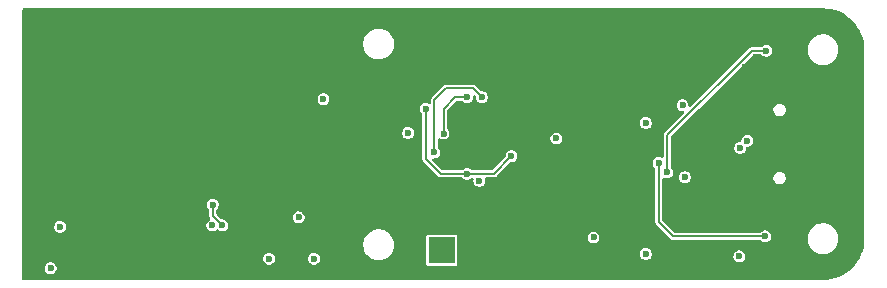
<source format=gbr>
%TF.GenerationSoftware,KiCad,Pcbnew,9.0.4*%
%TF.CreationDate,2025-09-01T13:06:02+02:00*%
%TF.ProjectId,EHT,4548542e-6b69-4636-9164-5f7063625858,rev?*%
%TF.SameCoordinates,Original*%
%TF.FileFunction,Copper,L2,Inr*%
%TF.FilePolarity,Positive*%
%FSLAX46Y46*%
G04 Gerber Fmt 4.6, Leading zero omitted, Abs format (unit mm)*
G04 Created by KiCad (PCBNEW 9.0.4) date 2025-09-01 13:06:02*
%MOMM*%
%LPD*%
G01*
G04 APERTURE LIST*
%TA.AperFunction,ComponentPad*%
%ADD10R,2.250000X2.250000*%
%TD*%
%TA.AperFunction,ComponentPad*%
%ADD11C,2.250000*%
%TD*%
%TA.AperFunction,HeatsinkPad*%
%ADD12O,2.100000X1.000000*%
%TD*%
%TA.AperFunction,HeatsinkPad*%
%ADD13O,1.800000X1.000000*%
%TD*%
%TA.AperFunction,HeatsinkPad*%
%ADD14C,0.600000*%
%TD*%
%TA.AperFunction,ViaPad*%
%ADD15C,0.600000*%
%TD*%
%TA.AperFunction,Conductor*%
%ADD16C,0.200000*%
%TD*%
G04 APERTURE END LIST*
D10*
%TO.N,Net-(U7-EN)*%
%TO.C,SW1*%
X149700000Y-92000000D03*
D11*
%TO.N,GND*%
X156200000Y-92000000D03*
%TD*%
D12*
%TO.N,GND*%
%TO.C,J1*%
X177820000Y-87300000D03*
D13*
X182000000Y-87300000D03*
D12*
X177820000Y-78660000D03*
D13*
X182000000Y-78660000D03*
%TD*%
D14*
%TO.N,GND*%
%TO.C,U7*%
X121860000Y-85915000D03*
X123260000Y-85915000D03*
X121160000Y-85215000D03*
X122560000Y-85215000D03*
X123960000Y-85215000D03*
X121860000Y-84515000D03*
X123260000Y-84515000D03*
X121160000Y-83815000D03*
X122560000Y-83815000D03*
X123960000Y-83815000D03*
X121860000Y-83115000D03*
X123260000Y-83115000D03*
%TD*%
D15*
%TO.N,GND*%
X140500000Y-89200000D03*
X171200000Y-74000000D03*
X155615000Y-82015000D03*
X172862200Y-81767800D03*
X154600000Y-86100000D03*
X164700000Y-92300000D03*
X152200000Y-75299000D03*
X175115000Y-86015000D03*
X165500000Y-84200000D03*
X175425000Y-89500000D03*
X153615000Y-80015000D03*
X152400000Y-74400000D03*
X170900000Y-90075000D03*
X152200000Y-73500000D03*
X167100000Y-77900000D03*
X175400000Y-76500000D03*
X160400000Y-92200000D03*
X168075735Y-90424265D03*
X134800000Y-87300000D03*
X151600000Y-72700000D03*
X172700000Y-90075000D03*
X175115000Y-80015000D03*
%TO.N,Net-(U2-SDO{slash}AD0)*%
X146865000Y-82055000D03*
X152900000Y-86115000D03*
%TO.N,Net-(U2-~{CS})*%
X153115000Y-79015000D03*
X149089672Y-83700000D03*
%TO.N,Net-(U2-SCL{slash}SCLK)*%
X149865000Y-82100000D03*
X151865000Y-79015000D03*
%TO.N,D+*%
X130341051Y-88122017D03*
X175584834Y-82722663D03*
X131140000Y-89875000D03*
%TO.N,D-*%
X174983792Y-83323705D03*
X130290000Y-89875000D03*
%TO.N,Net-(SW2A-A)*%
X167000000Y-81200000D03*
X167000000Y-92300000D03*
%TO.N,LED_PWR*%
X174900000Y-92500000D03*
X170300000Y-85800000D03*
X170100000Y-79700000D03*
%TO.N,+1V8*%
X148365005Y-80016000D03*
X155615000Y-84015000D03*
X151865000Y-85515000D03*
%TO.N,+3V3*%
X138900000Y-92700000D03*
X135100000Y-92700000D03*
X159415000Y-82515000D03*
X116600000Y-93500000D03*
X139700000Y-79180000D03*
X162565000Y-90900000D03*
%TO.N,Net-(U7-EN)*%
X137600000Y-89200000D03*
X117400000Y-90000000D03*
%TO.N,Net-(DCHG1-K)*%
X168800000Y-85400000D03*
X177200000Y-75100000D03*
%TO.N,Net-(DPGOOD1-K)*%
X177100000Y-90800000D03*
X168070460Y-84586707D03*
%TD*%
D16*
%TO.N,Net-(U2-~{CS})*%
X149089672Y-83700000D02*
X149089672Y-79290328D01*
X152365000Y-78265000D02*
X153115000Y-79015000D01*
X149089672Y-79290328D02*
X150115000Y-78265000D01*
X150115000Y-78265000D02*
X152365000Y-78265000D01*
%TO.N,Net-(U2-SCL{slash}SCLK)*%
X149865000Y-82100000D02*
X149865000Y-80015000D01*
X150865000Y-79015000D02*
X151865000Y-79015000D01*
X149865000Y-80015000D02*
X150865000Y-79015000D01*
%TO.N,D+*%
X130341051Y-89076051D02*
X130341051Y-88122017D01*
X131140000Y-89875000D02*
X130341051Y-89076051D01*
%TO.N,+1V8*%
X151865000Y-85515000D02*
X149629726Y-85515000D01*
X148365000Y-80089784D02*
X148365000Y-84250274D01*
X148365005Y-80016000D02*
X148365005Y-80089779D01*
X148365000Y-84250274D02*
X149629726Y-85515000D01*
X155615000Y-84015000D02*
X154115000Y-85515000D01*
X148365005Y-80089779D02*
X148365000Y-80089784D01*
X154115000Y-85515000D02*
X151865000Y-85515000D01*
%TO.N,Net-(DCHG1-K)*%
X175950057Y-75100000D02*
X177200000Y-75100000D01*
X168800000Y-82250057D02*
X175950057Y-75100000D01*
X168800000Y-85400000D02*
X168800000Y-82250057D01*
%TO.N,Net-(DPGOOD1-K)*%
X168100000Y-84616247D02*
X168100000Y-89600000D01*
X169300000Y-90800000D02*
X177100000Y-90800000D01*
X177100000Y-90800000D02*
X177200000Y-90800000D01*
X168070460Y-84586707D02*
X168100000Y-84616247D01*
X168100000Y-89600000D02*
X169300000Y-90800000D01*
%TD*%
%TA.AperFunction,Conductor*%
%TO.N,GND*%
G36*
X182003032Y-71500648D02*
G01*
X182336929Y-71517052D01*
X182349037Y-71518245D01*
X182452146Y-71533539D01*
X182676699Y-71566849D01*
X182688617Y-71569219D01*
X183009951Y-71649709D01*
X183021588Y-71653240D01*
X183092806Y-71678722D01*
X183333467Y-71764832D01*
X183344688Y-71769479D01*
X183644163Y-71911120D01*
X183654871Y-71916844D01*
X183938988Y-72087137D01*
X183949106Y-72093897D01*
X184215170Y-72291224D01*
X184224576Y-72298944D01*
X184470013Y-72521395D01*
X184478604Y-72529986D01*
X184665755Y-72736475D01*
X184701055Y-72775423D01*
X184708775Y-72784829D01*
X184906102Y-73050893D01*
X184912862Y-73061011D01*
X185041776Y-73276092D01*
X185083148Y-73345116D01*
X185088883Y-73355844D01*
X185111050Y-73402713D01*
X185230514Y-73655297D01*
X185235170Y-73666540D01*
X185346759Y-73978411D01*
X185350292Y-73990055D01*
X185430777Y-74311369D01*
X185433151Y-74323305D01*
X185481754Y-74650962D01*
X185482947Y-74663071D01*
X185499351Y-74996966D01*
X185499500Y-75003051D01*
X185499500Y-90996948D01*
X185499351Y-91003033D01*
X185482947Y-91336928D01*
X185481754Y-91349037D01*
X185433151Y-91676694D01*
X185430777Y-91688630D01*
X185350292Y-92009944D01*
X185346759Y-92021588D01*
X185235170Y-92333459D01*
X185230514Y-92344702D01*
X185088885Y-92644151D01*
X185083148Y-92654883D01*
X184912862Y-92938988D01*
X184906102Y-92949106D01*
X184708775Y-93215170D01*
X184701055Y-93224576D01*
X184478611Y-93470006D01*
X184470006Y-93478611D01*
X184224576Y-93701055D01*
X184215170Y-93708775D01*
X183949106Y-93906102D01*
X183938988Y-93912862D01*
X183654883Y-94083148D01*
X183644151Y-94088885D01*
X183344702Y-94230514D01*
X183333459Y-94235170D01*
X183021588Y-94346759D01*
X183009944Y-94350292D01*
X182688630Y-94430777D01*
X182676694Y-94433151D01*
X182349037Y-94481754D01*
X182336928Y-94482947D01*
X182021989Y-94498419D01*
X182003031Y-94499351D01*
X181996949Y-94499500D01*
X114324000Y-94499500D01*
X114256961Y-94479815D01*
X114211206Y-94427011D01*
X114200000Y-94375500D01*
X114200000Y-93434108D01*
X116099500Y-93434108D01*
X116099500Y-93565891D01*
X116133608Y-93693187D01*
X116138151Y-93701055D01*
X116199500Y-93807314D01*
X116292686Y-93900500D01*
X116406814Y-93966392D01*
X116534108Y-94000500D01*
X116534110Y-94000500D01*
X116665890Y-94000500D01*
X116665892Y-94000500D01*
X116793186Y-93966392D01*
X116907314Y-93900500D01*
X117000500Y-93807314D01*
X117066392Y-93693186D01*
X117100500Y-93565892D01*
X117100500Y-93434108D01*
X117066392Y-93306814D01*
X117000500Y-93192686D01*
X116907314Y-93099500D01*
X116850250Y-93066554D01*
X116793187Y-93033608D01*
X116729539Y-93016554D01*
X116665892Y-92999500D01*
X116534108Y-92999500D01*
X116406812Y-93033608D01*
X116292686Y-93099500D01*
X116292683Y-93099502D01*
X116199502Y-93192683D01*
X116199500Y-93192686D01*
X116133608Y-93306812D01*
X116099500Y-93434108D01*
X114200000Y-93434108D01*
X114200000Y-92634108D01*
X134599500Y-92634108D01*
X134599500Y-92765892D01*
X134612792Y-92815500D01*
X134633608Y-92893187D01*
X134666554Y-92950250D01*
X134699500Y-93007314D01*
X134792686Y-93100500D01*
X134906814Y-93166392D01*
X135034108Y-93200500D01*
X135034110Y-93200500D01*
X135165890Y-93200500D01*
X135165892Y-93200500D01*
X135293186Y-93166392D01*
X135407314Y-93100500D01*
X135500500Y-93007314D01*
X135566392Y-92893186D01*
X135600500Y-92765892D01*
X135600500Y-92634108D01*
X138399500Y-92634108D01*
X138399500Y-92765892D01*
X138412792Y-92815500D01*
X138433608Y-92893187D01*
X138466554Y-92950250D01*
X138499500Y-93007314D01*
X138592686Y-93100500D01*
X138706814Y-93166392D01*
X138834108Y-93200500D01*
X138834110Y-93200500D01*
X138965890Y-93200500D01*
X138965892Y-93200500D01*
X139093186Y-93166392D01*
X139207314Y-93100500D01*
X139300500Y-93007314D01*
X139366392Y-92893186D01*
X139400500Y-92765892D01*
X139400500Y-92634108D01*
X139366392Y-92506814D01*
X139300500Y-92392686D01*
X139207314Y-92299500D01*
X139150250Y-92266554D01*
X139093187Y-92233608D01*
X139029539Y-92216554D01*
X138965892Y-92199500D01*
X138834108Y-92199500D01*
X138706812Y-92233608D01*
X138592686Y-92299500D01*
X138592683Y-92299502D01*
X138499502Y-92392683D01*
X138499500Y-92392686D01*
X138433608Y-92506812D01*
X138417778Y-92565892D01*
X138399500Y-92634108D01*
X135600500Y-92634108D01*
X135566392Y-92506814D01*
X135500500Y-92392686D01*
X135407314Y-92299500D01*
X135350250Y-92266554D01*
X135293187Y-92233608D01*
X135229539Y-92216554D01*
X135165892Y-92199500D01*
X135034108Y-92199500D01*
X134906812Y-92233608D01*
X134792686Y-92299500D01*
X134792683Y-92299502D01*
X134699502Y-92392683D01*
X134699500Y-92392686D01*
X134633608Y-92506812D01*
X134617778Y-92565892D01*
X134599500Y-92634108D01*
X114200000Y-92634108D01*
X114200000Y-91412648D01*
X143064500Y-91412648D01*
X143064500Y-91617351D01*
X143096522Y-91819534D01*
X143159781Y-92014223D01*
X143209748Y-92112287D01*
X143250712Y-92192683D01*
X143252715Y-92196613D01*
X143373028Y-92362213D01*
X143517786Y-92506971D01*
X143655898Y-92607313D01*
X143683390Y-92627287D01*
X143799607Y-92686503D01*
X143865776Y-92720218D01*
X143865778Y-92720218D01*
X143865781Y-92720220D01*
X143970137Y-92754127D01*
X144060465Y-92783477D01*
X144161557Y-92799488D01*
X144262648Y-92815500D01*
X144262649Y-92815500D01*
X144467351Y-92815500D01*
X144467352Y-92815500D01*
X144669534Y-92783477D01*
X144864219Y-92720220D01*
X145046610Y-92627287D01*
X145139590Y-92559732D01*
X145212213Y-92506971D01*
X145212215Y-92506968D01*
X145212219Y-92506966D01*
X145356966Y-92362219D01*
X145356968Y-92362215D01*
X145356971Y-92362213D01*
X145425073Y-92268477D01*
X145477287Y-92196610D01*
X145570220Y-92014219D01*
X145633477Y-91819534D01*
X145665500Y-91617352D01*
X145665500Y-91412648D01*
X145658174Y-91366392D01*
X145633477Y-91210465D01*
X145604127Y-91120137D01*
X145570220Y-91015781D01*
X145570218Y-91015778D01*
X145570218Y-91015776D01*
X145514006Y-90905455D01*
X145510028Y-90897648D01*
X145488424Y-90855247D01*
X148374500Y-90855247D01*
X148374500Y-93144752D01*
X148386131Y-93203229D01*
X148386132Y-93203230D01*
X148430447Y-93269552D01*
X148496769Y-93313867D01*
X148496770Y-93313868D01*
X148555247Y-93325499D01*
X148555250Y-93325500D01*
X148555252Y-93325500D01*
X150844750Y-93325500D01*
X150844751Y-93325499D01*
X150859568Y-93322552D01*
X150903229Y-93313868D01*
X150903229Y-93313867D01*
X150903231Y-93313867D01*
X150969552Y-93269552D01*
X151013867Y-93203231D01*
X151013867Y-93203229D01*
X151013868Y-93203229D01*
X151025499Y-93144752D01*
X151025500Y-93144750D01*
X151025500Y-92234108D01*
X166499500Y-92234108D01*
X166499500Y-92365892D01*
X166516554Y-92429539D01*
X166533608Y-92493187D01*
X166566554Y-92550250D01*
X166599500Y-92607314D01*
X166692686Y-92700500D01*
X166791521Y-92757563D01*
X166805944Y-92765890D01*
X166806814Y-92766392D01*
X166934108Y-92800500D01*
X166934110Y-92800500D01*
X167065890Y-92800500D01*
X167065892Y-92800500D01*
X167193186Y-92766392D01*
X167307314Y-92700500D01*
X167400500Y-92607314D01*
X167466392Y-92493186D01*
X167482222Y-92434108D01*
X174399500Y-92434108D01*
X174399500Y-92565892D01*
X174415950Y-92627284D01*
X174433608Y-92693187D01*
X174449215Y-92720218D01*
X174499500Y-92807314D01*
X174592686Y-92900500D01*
X174706814Y-92966392D01*
X174834108Y-93000500D01*
X174834110Y-93000500D01*
X174965890Y-93000500D01*
X174965892Y-93000500D01*
X175093186Y-92966392D01*
X175207314Y-92900500D01*
X175300500Y-92807314D01*
X175366392Y-92693186D01*
X175400500Y-92565892D01*
X175400500Y-92434108D01*
X175366392Y-92306814D01*
X175300500Y-92192686D01*
X175207314Y-92099500D01*
X175150250Y-92066554D01*
X175093187Y-92033608D01*
X175026915Y-92015851D01*
X174965892Y-91999500D01*
X174834108Y-91999500D01*
X174706812Y-92033608D01*
X174592686Y-92099500D01*
X174592683Y-92099502D01*
X174499502Y-92192683D01*
X174499500Y-92192686D01*
X174433608Y-92306812D01*
X174417778Y-92365892D01*
X174399500Y-92434108D01*
X167482222Y-92434108D01*
X167500500Y-92365892D01*
X167500500Y-92234108D01*
X167466392Y-92106814D01*
X167400500Y-91992686D01*
X167307314Y-91899500D01*
X167216761Y-91847219D01*
X167193187Y-91833608D01*
X167129539Y-91816554D01*
X167065892Y-91799500D01*
X166934108Y-91799500D01*
X166806812Y-91833608D01*
X166692686Y-91899500D01*
X166692683Y-91899502D01*
X166599502Y-91992683D01*
X166599500Y-91992686D01*
X166533608Y-92106812D01*
X166510600Y-92192683D01*
X166499500Y-92234108D01*
X151025500Y-92234108D01*
X151025500Y-90855252D01*
X151024490Y-90850175D01*
X151024490Y-90850172D01*
X151021295Y-90834108D01*
X162064500Y-90834108D01*
X162064500Y-90965891D01*
X162098608Y-91093187D01*
X162131554Y-91150250D01*
X162164500Y-91207314D01*
X162257686Y-91300500D01*
X162371814Y-91366392D01*
X162499108Y-91400500D01*
X162499110Y-91400500D01*
X162630890Y-91400500D01*
X162630892Y-91400500D01*
X162758186Y-91366392D01*
X162872314Y-91300500D01*
X162965500Y-91207314D01*
X163031392Y-91093186D01*
X163065500Y-90965892D01*
X163065500Y-90834108D01*
X163031392Y-90706814D01*
X162965500Y-90592686D01*
X162872314Y-90499500D01*
X162809408Y-90463181D01*
X162758187Y-90433608D01*
X162694539Y-90416554D01*
X162630892Y-90399500D01*
X162499108Y-90399500D01*
X162371812Y-90433608D01*
X162257686Y-90499500D01*
X162257683Y-90499502D01*
X162164502Y-90592683D01*
X162164500Y-90592686D01*
X162098608Y-90706812D01*
X162064500Y-90834108D01*
X151021295Y-90834108D01*
X151013868Y-90796770D01*
X151013867Y-90796769D01*
X150969552Y-90730447D01*
X150903230Y-90686132D01*
X150903229Y-90686131D01*
X150844752Y-90674500D01*
X150844748Y-90674500D01*
X148555252Y-90674500D01*
X148555247Y-90674500D01*
X148496770Y-90686131D01*
X148496769Y-90686132D01*
X148430447Y-90730447D01*
X148386132Y-90796769D01*
X148386131Y-90796770D01*
X148374500Y-90855247D01*
X145488424Y-90855247D01*
X145477287Y-90833390D01*
X145450681Y-90796769D01*
X145356971Y-90667786D01*
X145212213Y-90523028D01*
X145046613Y-90402715D01*
X145046612Y-90402714D01*
X145046610Y-90402713D01*
X144989653Y-90373691D01*
X144864223Y-90309781D01*
X144669534Y-90246522D01*
X144483098Y-90216994D01*
X144467352Y-90214500D01*
X144262648Y-90214500D01*
X144246902Y-90216994D01*
X144060465Y-90246522D01*
X143865776Y-90309781D01*
X143683386Y-90402715D01*
X143517786Y-90523028D01*
X143373028Y-90667786D01*
X143252715Y-90833386D01*
X143159781Y-91015776D01*
X143096522Y-91210465D01*
X143064500Y-91412648D01*
X114200000Y-91412648D01*
X114200000Y-89934108D01*
X116899500Y-89934108D01*
X116899500Y-90065891D01*
X116933608Y-90193187D01*
X116963809Y-90245495D01*
X116999500Y-90307314D01*
X117092686Y-90400500D01*
X117206814Y-90466392D01*
X117334108Y-90500500D01*
X117334110Y-90500500D01*
X117465890Y-90500500D01*
X117465892Y-90500500D01*
X117593186Y-90466392D01*
X117707314Y-90400500D01*
X117800500Y-90307314D01*
X117866392Y-90193186D01*
X117900500Y-90065892D01*
X117900500Y-89934108D01*
X117867007Y-89809108D01*
X129789500Y-89809108D01*
X129789500Y-89940891D01*
X129823608Y-90068187D01*
X129856554Y-90125250D01*
X129889500Y-90182314D01*
X129982686Y-90275500D01*
X130096814Y-90341392D01*
X130224108Y-90375500D01*
X130224110Y-90375500D01*
X130355890Y-90375500D01*
X130355892Y-90375500D01*
X130483186Y-90341392D01*
X130597314Y-90275500D01*
X130627319Y-90245495D01*
X130688642Y-90212010D01*
X130758334Y-90216994D01*
X130802681Y-90245495D01*
X130832686Y-90275500D01*
X130946814Y-90341392D01*
X131074108Y-90375500D01*
X131074110Y-90375500D01*
X131205890Y-90375500D01*
X131205892Y-90375500D01*
X131333186Y-90341392D01*
X131447314Y-90275500D01*
X131540500Y-90182314D01*
X131606392Y-90068186D01*
X131640500Y-89940892D01*
X131640500Y-89809108D01*
X131606392Y-89681814D01*
X131540500Y-89567686D01*
X131447314Y-89474500D01*
X131360135Y-89424167D01*
X131333187Y-89408608D01*
X131269539Y-89391554D01*
X131205892Y-89374500D01*
X131115833Y-89374500D01*
X131086392Y-89365855D01*
X131056406Y-89359332D01*
X131051390Y-89355577D01*
X131048794Y-89354815D01*
X131028152Y-89338181D01*
X130824079Y-89134108D01*
X137099500Y-89134108D01*
X137099500Y-89265891D01*
X137133608Y-89393187D01*
X137166554Y-89450250D01*
X137199500Y-89507314D01*
X137292686Y-89600500D01*
X137406814Y-89666392D01*
X137534108Y-89700500D01*
X137534110Y-89700500D01*
X137665890Y-89700500D01*
X137665892Y-89700500D01*
X137793186Y-89666392D01*
X137907314Y-89600500D01*
X138000500Y-89507314D01*
X138066392Y-89393186D01*
X138100500Y-89265892D01*
X138100500Y-89134108D01*
X138066392Y-89006814D01*
X138000500Y-88892686D01*
X137907314Y-88799500D01*
X137850250Y-88766554D01*
X137793187Y-88733608D01*
X137729539Y-88716554D01*
X137665892Y-88699500D01*
X137534108Y-88699500D01*
X137406812Y-88733608D01*
X137292686Y-88799500D01*
X137292683Y-88799502D01*
X137199502Y-88892683D01*
X137199500Y-88892686D01*
X137133608Y-89006812D01*
X137099500Y-89134108D01*
X130824079Y-89134108D01*
X130677870Y-88987899D01*
X130644385Y-88926576D01*
X130641551Y-88900218D01*
X130641551Y-88580693D01*
X130661236Y-88513654D01*
X130677870Y-88493012D01*
X130741551Y-88429331D01*
X130807443Y-88315203D01*
X130841551Y-88187909D01*
X130841551Y-88056125D01*
X130807443Y-87928831D01*
X130741551Y-87814703D01*
X130648365Y-87721517D01*
X130591301Y-87688571D01*
X130534238Y-87655625D01*
X130470590Y-87638571D01*
X130406943Y-87621517D01*
X130275159Y-87621517D01*
X130147863Y-87655625D01*
X130033737Y-87721517D01*
X130033734Y-87721519D01*
X129940553Y-87814700D01*
X129940551Y-87814703D01*
X129874659Y-87928829D01*
X129840551Y-88056125D01*
X129840551Y-88187908D01*
X129874659Y-88315204D01*
X129907605Y-88372267D01*
X129940551Y-88429331D01*
X129940553Y-88429333D01*
X130004232Y-88493012D01*
X130037717Y-88554335D01*
X130040551Y-88580693D01*
X130040551Y-89115613D01*
X130061030Y-89192040D01*
X130092267Y-89246144D01*
X130100591Y-89260562D01*
X130100592Y-89260563D01*
X130101752Y-89262572D01*
X130118225Y-89330472D01*
X130095373Y-89396499D01*
X130095371Y-89396500D01*
X130095371Y-89396502D01*
X130095361Y-89396509D01*
X130056366Y-89431959D01*
X129982692Y-89474495D01*
X129982683Y-89474502D01*
X129889502Y-89567683D01*
X129889500Y-89567686D01*
X129823608Y-89681812D01*
X129789500Y-89809108D01*
X117867007Y-89809108D01*
X117866392Y-89806814D01*
X117800500Y-89692686D01*
X117707314Y-89599500D01*
X117650250Y-89566554D01*
X117593187Y-89533608D01*
X117511976Y-89511848D01*
X117465892Y-89499500D01*
X117334108Y-89499500D01*
X117206812Y-89533608D01*
X117092686Y-89599500D01*
X117092683Y-89599502D01*
X116999502Y-89692683D01*
X116999500Y-89692686D01*
X116933608Y-89806812D01*
X116899500Y-89934108D01*
X114200000Y-89934108D01*
X114200000Y-81989108D01*
X146364500Y-81989108D01*
X146364500Y-82120892D01*
X146376557Y-82165890D01*
X146398608Y-82248187D01*
X146406411Y-82261702D01*
X146464500Y-82362314D01*
X146557686Y-82455500D01*
X146671814Y-82521392D01*
X146799108Y-82555500D01*
X146799110Y-82555500D01*
X146930890Y-82555500D01*
X146930892Y-82555500D01*
X147058186Y-82521392D01*
X147172314Y-82455500D01*
X147265500Y-82362314D01*
X147331392Y-82248186D01*
X147365500Y-82120892D01*
X147365500Y-81989108D01*
X147331392Y-81861814D01*
X147265500Y-81747686D01*
X147172314Y-81654500D01*
X147115250Y-81621554D01*
X147058187Y-81588608D01*
X146994539Y-81571554D01*
X146930892Y-81554500D01*
X146799108Y-81554500D01*
X146671812Y-81588608D01*
X146557686Y-81654500D01*
X146557683Y-81654502D01*
X146464502Y-81747683D01*
X146464500Y-81747686D01*
X146398608Y-81861812D01*
X146364500Y-81989108D01*
X114200000Y-81989108D01*
X114200000Y-79950108D01*
X147864505Y-79950108D01*
X147864505Y-80081891D01*
X147898613Y-80209187D01*
X147904963Y-80220185D01*
X147964505Y-80323314D01*
X147964507Y-80323316D01*
X148028181Y-80386990D01*
X148061666Y-80448313D01*
X148064500Y-80474671D01*
X148064500Y-84289836D01*
X148073203Y-84322314D01*
X148084979Y-84366264D01*
X148098484Y-84389655D01*
X148100716Y-84393521D01*
X148105723Y-84402192D01*
X148105724Y-84402195D01*
X148124537Y-84434781D01*
X148124539Y-84434784D01*
X148124540Y-84434785D01*
X149445215Y-85755460D01*
X149504555Y-85789720D01*
X149513734Y-85795020D01*
X149513738Y-85795022D01*
X149590164Y-85815500D01*
X149669288Y-85815500D01*
X151406324Y-85815500D01*
X151473363Y-85835185D01*
X151494005Y-85851819D01*
X151557686Y-85915500D01*
X151671814Y-85981392D01*
X151799108Y-86015500D01*
X151799110Y-86015500D01*
X151930890Y-86015500D01*
X151930892Y-86015500D01*
X152058186Y-85981392D01*
X152172314Y-85915500D01*
X152204330Y-85883483D01*
X152265650Y-85849999D01*
X152335342Y-85854983D01*
X152391276Y-85896853D01*
X152415694Y-85962317D01*
X152411785Y-86003257D01*
X152399500Y-86049106D01*
X152399500Y-86049108D01*
X152399500Y-86180892D01*
X152402655Y-86192665D01*
X152433608Y-86308187D01*
X152463342Y-86359686D01*
X152499500Y-86422314D01*
X152592686Y-86515500D01*
X152706814Y-86581392D01*
X152834108Y-86615500D01*
X152834110Y-86615500D01*
X152965890Y-86615500D01*
X152965892Y-86615500D01*
X153093186Y-86581392D01*
X153207314Y-86515500D01*
X153300500Y-86422314D01*
X153366392Y-86308186D01*
X153400500Y-86180892D01*
X153400500Y-86049108D01*
X153379730Y-85971592D01*
X153381393Y-85901743D01*
X153420556Y-85843881D01*
X153484784Y-85816377D01*
X153499505Y-85815500D01*
X154154560Y-85815500D01*
X154154562Y-85815500D01*
X154230989Y-85795021D01*
X154299511Y-85755460D01*
X154355460Y-85699511D01*
X155503151Y-84551818D01*
X155559930Y-84520815D01*
X167569960Y-84520815D01*
X167569960Y-84652598D01*
X167604068Y-84779894D01*
X167637014Y-84836957D01*
X167669960Y-84894021D01*
X167669962Y-84894023D01*
X167763181Y-84987242D01*
X167796666Y-85048565D01*
X167799500Y-85074923D01*
X167799500Y-89639562D01*
X167806689Y-89666391D01*
X167819979Y-89715990D01*
X167819980Y-89715991D01*
X167844818Y-89759012D01*
X167859537Y-89784507D01*
X167859539Y-89784509D01*
X167859540Y-89784511D01*
X169059540Y-90984511D01*
X169115489Y-91040460D01*
X169115491Y-91040461D01*
X169115495Y-91040464D01*
X169184004Y-91080017D01*
X169184011Y-91080021D01*
X169260438Y-91100500D01*
X169339562Y-91100500D01*
X176641324Y-91100500D01*
X176708363Y-91120185D01*
X176729005Y-91136819D01*
X176792686Y-91200500D01*
X176906814Y-91266392D01*
X177034108Y-91300500D01*
X177034110Y-91300500D01*
X177165890Y-91300500D01*
X177165892Y-91300500D01*
X177293186Y-91266392D01*
X177407314Y-91200500D01*
X177500500Y-91107314D01*
X177566392Y-90993186D01*
X177591991Y-90897648D01*
X180699500Y-90897648D01*
X180699500Y-91102351D01*
X180731522Y-91304534D01*
X180794781Y-91499223D01*
X180854971Y-91617351D01*
X180885208Y-91676694D01*
X180887715Y-91681613D01*
X181008028Y-91847213D01*
X181152786Y-91991971D01*
X181300790Y-92099500D01*
X181318390Y-92112287D01*
X181434607Y-92171503D01*
X181500776Y-92205218D01*
X181500778Y-92205218D01*
X181500781Y-92205220D01*
X181588150Y-92233608D01*
X181695465Y-92268477D01*
X181796557Y-92284488D01*
X181897648Y-92300500D01*
X181897649Y-92300500D01*
X182102351Y-92300500D01*
X182102352Y-92300500D01*
X182304534Y-92268477D01*
X182499219Y-92205220D01*
X182681610Y-92112287D01*
X182789903Y-92033608D01*
X182847213Y-91991971D01*
X182847215Y-91991968D01*
X182847219Y-91991966D01*
X182991966Y-91847219D01*
X182991968Y-91847215D01*
X182991971Y-91847213D01*
X183044732Y-91774590D01*
X183112287Y-91681610D01*
X183205220Y-91499219D01*
X183268477Y-91304534D01*
X183300500Y-91102352D01*
X183300500Y-90897648D01*
X183274598Y-90734110D01*
X183268477Y-90695465D01*
X183205218Y-90500776D01*
X183154124Y-90400500D01*
X183112287Y-90318390D01*
X183081124Y-90275497D01*
X182991971Y-90152786D01*
X182847213Y-90008028D01*
X182681613Y-89887715D01*
X182681612Y-89887714D01*
X182681610Y-89887713D01*
X182624653Y-89858691D01*
X182499223Y-89794781D01*
X182304534Y-89731522D01*
X182129995Y-89703878D01*
X182102352Y-89699500D01*
X181897648Y-89699500D01*
X181873329Y-89703351D01*
X181695465Y-89731522D01*
X181500776Y-89794781D01*
X181318386Y-89887715D01*
X181152786Y-90008028D01*
X181008028Y-90152786D01*
X180887715Y-90318386D01*
X180794781Y-90500776D01*
X180731522Y-90695465D01*
X180699500Y-90897648D01*
X177591991Y-90897648D01*
X177600500Y-90865892D01*
X177600500Y-90734108D01*
X177566392Y-90606814D01*
X177500500Y-90492686D01*
X177407314Y-90399500D01*
X177350250Y-90366554D01*
X177293187Y-90333608D01*
X177229539Y-90316554D01*
X177165892Y-90299500D01*
X177034108Y-90299500D01*
X176906812Y-90333608D01*
X176792686Y-90399500D01*
X176792683Y-90399502D01*
X176729005Y-90463181D01*
X176667682Y-90496666D01*
X176641324Y-90499500D01*
X169475833Y-90499500D01*
X169408794Y-90479815D01*
X169388152Y-90463181D01*
X168436819Y-89511848D01*
X168403334Y-89450525D01*
X168400500Y-89424167D01*
X168400500Y-85962051D01*
X168420185Y-85895012D01*
X168472989Y-85849257D01*
X168542147Y-85839313D01*
X168586499Y-85854663D01*
X168606814Y-85866392D01*
X168734108Y-85900500D01*
X168734110Y-85900500D01*
X168865890Y-85900500D01*
X168865892Y-85900500D01*
X168993186Y-85866392D01*
X169107314Y-85800500D01*
X169173706Y-85734108D01*
X169799500Y-85734108D01*
X169799500Y-85865892D01*
X169812792Y-85915499D01*
X169833608Y-85993187D01*
X169865895Y-86049108D01*
X169899500Y-86107314D01*
X169992686Y-86200500D01*
X170106814Y-86266392D01*
X170234108Y-86300500D01*
X170234110Y-86300500D01*
X170365890Y-86300500D01*
X170365892Y-86300500D01*
X170493186Y-86266392D01*
X170607314Y-86200500D01*
X170700500Y-86107314D01*
X170766392Y-85993186D01*
X170800500Y-85865892D01*
X170800500Y-85800817D01*
X177794500Y-85800817D01*
X177794500Y-85939183D01*
X177811669Y-86003257D01*
X177830312Y-86072835D01*
X177830313Y-86072838D01*
X177899492Y-86192661D01*
X177899494Y-86192664D01*
X177899495Y-86192665D01*
X177997335Y-86290505D01*
X177997336Y-86290506D01*
X177997338Y-86290507D01*
X178027961Y-86308187D01*
X178117164Y-86359688D01*
X178250817Y-86395500D01*
X178250819Y-86395500D01*
X178389181Y-86395500D01*
X178389183Y-86395500D01*
X178522836Y-86359688D01*
X178642665Y-86290505D01*
X178740505Y-86192665D01*
X178809688Y-86072836D01*
X178845500Y-85939183D01*
X178845500Y-85800817D01*
X178809688Y-85667164D01*
X178740505Y-85547335D01*
X178642665Y-85449495D01*
X178642664Y-85449494D01*
X178642661Y-85449492D01*
X178522838Y-85380313D01*
X178522837Y-85380312D01*
X178522836Y-85380312D01*
X178389183Y-85344500D01*
X178250817Y-85344500D01*
X178117164Y-85380312D01*
X178117161Y-85380313D01*
X177997338Y-85449492D01*
X177997333Y-85449496D01*
X177899496Y-85547333D01*
X177899492Y-85547338D01*
X177830313Y-85667161D01*
X177830312Y-85667164D01*
X177794500Y-85800817D01*
X170800500Y-85800817D01*
X170800500Y-85734108D01*
X170766392Y-85606814D01*
X170700500Y-85492686D01*
X170607314Y-85399500D01*
X170550250Y-85366554D01*
X170493187Y-85333608D01*
X170429539Y-85316554D01*
X170365892Y-85299500D01*
X170234108Y-85299500D01*
X170106812Y-85333608D01*
X169992686Y-85399500D01*
X169992683Y-85399502D01*
X169899502Y-85492683D01*
X169899500Y-85492686D01*
X169833608Y-85606812D01*
X169817438Y-85667161D01*
X169799500Y-85734108D01*
X169173706Y-85734108D01*
X169200500Y-85707314D01*
X169213023Y-85685622D01*
X169225520Y-85663980D01*
X169266390Y-85593189D01*
X169266392Y-85593186D01*
X169300500Y-85465892D01*
X169300500Y-85334108D01*
X169266392Y-85206814D01*
X169200500Y-85092686D01*
X169136818Y-85029004D01*
X169103334Y-84967680D01*
X169100500Y-84941323D01*
X169100500Y-83257813D01*
X174483292Y-83257813D01*
X174483292Y-83389596D01*
X174517400Y-83516892D01*
X174535712Y-83548608D01*
X174583292Y-83631019D01*
X174676478Y-83724205D01*
X174790606Y-83790097D01*
X174917900Y-83824205D01*
X174917902Y-83824205D01*
X175049682Y-83824205D01*
X175049684Y-83824205D01*
X175176978Y-83790097D01*
X175291106Y-83724205D01*
X175384292Y-83631019D01*
X175450184Y-83516891D01*
X175484292Y-83389597D01*
X175484292Y-83347163D01*
X175503977Y-83280124D01*
X175556781Y-83234369D01*
X175608292Y-83223163D01*
X175650724Y-83223163D01*
X175650726Y-83223163D01*
X175778020Y-83189055D01*
X175892148Y-83123163D01*
X175985334Y-83029977D01*
X176051226Y-82915849D01*
X176085334Y-82788555D01*
X176085334Y-82656771D01*
X176051226Y-82529477D01*
X175985334Y-82415349D01*
X175892148Y-82322163D01*
X175835084Y-82289217D01*
X175778021Y-82256271D01*
X175714373Y-82239217D01*
X175650726Y-82222163D01*
X175518942Y-82222163D01*
X175391646Y-82256271D01*
X175277520Y-82322163D01*
X175277517Y-82322165D01*
X175184336Y-82415346D01*
X175184334Y-82415349D01*
X175118442Y-82529475D01*
X175084334Y-82656771D01*
X175084334Y-82699205D01*
X175064649Y-82766244D01*
X175011845Y-82811999D01*
X174960334Y-82823205D01*
X174917900Y-82823205D01*
X174790604Y-82857313D01*
X174676478Y-82923205D01*
X174676475Y-82923207D01*
X174583294Y-83016388D01*
X174583292Y-83016391D01*
X174517400Y-83130517D01*
X174483292Y-83257813D01*
X169100500Y-83257813D01*
X169100500Y-82425890D01*
X169120185Y-82358851D01*
X169136819Y-82338209D01*
X171454211Y-80020817D01*
X177794500Y-80020817D01*
X177794500Y-80159183D01*
X177810846Y-80220185D01*
X177830312Y-80292835D01*
X177830313Y-80292838D01*
X177899492Y-80412661D01*
X177899494Y-80412664D01*
X177899495Y-80412665D01*
X177997335Y-80510505D01*
X178117164Y-80579688D01*
X178250817Y-80615500D01*
X178250819Y-80615500D01*
X178389181Y-80615500D01*
X178389183Y-80615500D01*
X178522836Y-80579688D01*
X178642665Y-80510505D01*
X178740505Y-80412665D01*
X178809688Y-80292836D01*
X178845500Y-80159183D01*
X178845500Y-80020817D01*
X178809688Y-79887164D01*
X178740505Y-79767335D01*
X178642665Y-79669495D01*
X178642664Y-79669494D01*
X178642661Y-79669492D01*
X178522838Y-79600313D01*
X178522837Y-79600312D01*
X178522836Y-79600312D01*
X178389183Y-79564500D01*
X178250817Y-79564500D01*
X178117164Y-79600312D01*
X178117161Y-79600313D01*
X177997338Y-79669492D01*
X177997333Y-79669496D01*
X177899496Y-79767333D01*
X177899492Y-79767338D01*
X177830313Y-79887161D01*
X177830312Y-79887164D01*
X177794500Y-80020817D01*
X171454211Y-80020817D01*
X176038209Y-75436819D01*
X176099532Y-75403334D01*
X176125890Y-75400500D01*
X176741324Y-75400500D01*
X176808363Y-75420185D01*
X176829005Y-75436819D01*
X176892686Y-75500500D01*
X177006814Y-75566392D01*
X177134108Y-75600500D01*
X177134110Y-75600500D01*
X177265890Y-75600500D01*
X177265892Y-75600500D01*
X177393186Y-75566392D01*
X177507314Y-75500500D01*
X177600500Y-75407314D01*
X177666392Y-75293186D01*
X177700500Y-75165892D01*
X177700500Y-75034108D01*
X177666392Y-74906814D01*
X177661100Y-74897648D01*
X180699500Y-74897648D01*
X180699500Y-75102351D01*
X180731522Y-75304534D01*
X180794781Y-75499223D01*
X180887715Y-75681613D01*
X181008028Y-75847213D01*
X181152786Y-75991971D01*
X181307749Y-76104556D01*
X181318390Y-76112287D01*
X181434607Y-76171503D01*
X181500776Y-76205218D01*
X181500778Y-76205218D01*
X181500781Y-76205220D01*
X181605137Y-76239127D01*
X181695465Y-76268477D01*
X181796557Y-76284488D01*
X181897648Y-76300500D01*
X181897649Y-76300500D01*
X182102351Y-76300500D01*
X182102352Y-76300500D01*
X182304534Y-76268477D01*
X182499219Y-76205220D01*
X182681610Y-76112287D01*
X182774590Y-76044732D01*
X182847213Y-75991971D01*
X182847215Y-75991968D01*
X182847219Y-75991966D01*
X182991966Y-75847219D01*
X182991968Y-75847215D01*
X182991971Y-75847213D01*
X183084235Y-75720220D01*
X183112287Y-75681610D01*
X183205220Y-75499219D01*
X183268477Y-75304534D01*
X183300500Y-75102352D01*
X183300500Y-74897648D01*
X183268477Y-74695466D01*
X183205220Y-74500781D01*
X183205218Y-74500778D01*
X183205218Y-74500776D01*
X183159987Y-74412007D01*
X183112287Y-74318390D01*
X183104556Y-74307749D01*
X182991971Y-74152786D01*
X182847213Y-74008028D01*
X182681613Y-73887715D01*
X182681612Y-73887714D01*
X182681610Y-73887713D01*
X182624653Y-73858691D01*
X182499223Y-73794781D01*
X182304534Y-73731522D01*
X182129995Y-73703878D01*
X182102352Y-73699500D01*
X181897648Y-73699500D01*
X181873329Y-73703351D01*
X181695465Y-73731522D01*
X181500776Y-73794781D01*
X181318386Y-73887715D01*
X181152786Y-74008028D01*
X181008028Y-74152786D01*
X180887715Y-74318386D01*
X180794781Y-74500776D01*
X180731522Y-74695465D01*
X180699500Y-74897648D01*
X177661100Y-74897648D01*
X177600500Y-74792686D01*
X177507314Y-74699500D01*
X177423244Y-74650962D01*
X177393187Y-74633608D01*
X177329539Y-74616554D01*
X177265892Y-74599500D01*
X177134108Y-74599500D01*
X177006812Y-74633608D01*
X176892686Y-74699500D01*
X176892683Y-74699502D01*
X176829005Y-74763181D01*
X176767682Y-74796666D01*
X176741324Y-74799500D01*
X175910495Y-74799500D01*
X175834067Y-74819978D01*
X175765546Y-74859540D01*
X175765543Y-74859542D01*
X170812181Y-79812905D01*
X170750858Y-79846390D01*
X170681166Y-79841406D01*
X170625233Y-79799534D01*
X170600816Y-79734070D01*
X170600500Y-79725224D01*
X170600500Y-79634110D01*
X170600500Y-79634108D01*
X170566392Y-79506814D01*
X170500500Y-79392686D01*
X170407314Y-79299500D01*
X170350250Y-79266554D01*
X170293187Y-79233608D01*
X170229539Y-79216554D01*
X170165892Y-79199500D01*
X170034108Y-79199500D01*
X169906812Y-79233608D01*
X169792686Y-79299500D01*
X169792683Y-79299502D01*
X169699502Y-79392683D01*
X169699500Y-79392686D01*
X169633608Y-79506812D01*
X169608555Y-79600313D01*
X169599500Y-79634108D01*
X169599500Y-79765892D01*
X169601579Y-79773651D01*
X169633608Y-79893187D01*
X169635861Y-79897089D01*
X169699500Y-80007314D01*
X169792686Y-80100500D01*
X169906814Y-80166392D01*
X170034108Y-80200500D01*
X170034110Y-80200500D01*
X170125224Y-80200500D01*
X170192263Y-80220185D01*
X170238018Y-80272989D01*
X170247962Y-80342147D01*
X170218937Y-80405703D01*
X170212905Y-80412181D01*
X168559541Y-82065544D01*
X168559535Y-82065552D01*
X168519982Y-82134061D01*
X168519979Y-82134066D01*
X168506326Y-82185019D01*
X168500254Y-82207683D01*
X168499500Y-82210496D01*
X168499500Y-84041710D01*
X168479815Y-84108749D01*
X168427011Y-84154504D01*
X168357853Y-84164448D01*
X168313501Y-84149098D01*
X168263647Y-84120315D01*
X168189691Y-84100499D01*
X168136352Y-84086207D01*
X168004568Y-84086207D01*
X167877272Y-84120315D01*
X167763146Y-84186207D01*
X167763143Y-84186209D01*
X167669962Y-84279390D01*
X167669960Y-84279393D01*
X167604068Y-84393519D01*
X167569960Y-84520815D01*
X155559930Y-84520815D01*
X155564474Y-84518334D01*
X155590832Y-84515500D01*
X155680890Y-84515500D01*
X155680892Y-84515500D01*
X155808186Y-84481392D01*
X155922314Y-84415500D01*
X156015500Y-84322314D01*
X156081392Y-84208186D01*
X156115500Y-84080892D01*
X156115500Y-83949108D01*
X156081392Y-83821814D01*
X156015500Y-83707686D01*
X155922314Y-83614500D01*
X155865250Y-83581554D01*
X155808187Y-83548608D01*
X155744539Y-83531554D01*
X155680892Y-83514500D01*
X155549108Y-83514500D01*
X155421812Y-83548608D01*
X155307686Y-83614500D01*
X155307683Y-83614502D01*
X155214502Y-83707683D01*
X155214500Y-83707686D01*
X155148608Y-83821812D01*
X155114500Y-83949108D01*
X155114500Y-84039166D01*
X155094815Y-84106205D01*
X155078181Y-84126847D01*
X154026848Y-85178181D01*
X153965525Y-85211666D01*
X153939167Y-85214500D01*
X152323676Y-85214500D01*
X152256637Y-85194815D01*
X152235995Y-85178181D01*
X152172316Y-85114502D01*
X152172314Y-85114500D01*
X152103765Y-85074923D01*
X152058187Y-85048608D01*
X151985022Y-85029004D01*
X151930892Y-85014500D01*
X151799108Y-85014500D01*
X151671812Y-85048608D01*
X151557686Y-85114500D01*
X151557683Y-85114502D01*
X151494005Y-85178181D01*
X151432682Y-85211666D01*
X151406324Y-85214500D01*
X149805559Y-85214500D01*
X149738520Y-85194815D01*
X149717878Y-85178181D01*
X148951878Y-84412181D01*
X148918393Y-84350858D01*
X148923377Y-84281166D01*
X148965249Y-84225233D01*
X149030713Y-84200816D01*
X149039559Y-84200500D01*
X149155562Y-84200500D01*
X149155564Y-84200500D01*
X149282858Y-84166392D01*
X149396986Y-84100500D01*
X149490172Y-84007314D01*
X149556064Y-83893186D01*
X149590172Y-83765892D01*
X149590172Y-83634108D01*
X149556064Y-83506814D01*
X149490172Y-83392686D01*
X149426490Y-83329004D01*
X149393006Y-83267680D01*
X149390172Y-83241323D01*
X149390172Y-82618560D01*
X149409857Y-82551521D01*
X149462661Y-82505766D01*
X149531819Y-82495822D01*
X149576170Y-82511172D01*
X149671814Y-82566392D01*
X149799108Y-82600500D01*
X149799110Y-82600500D01*
X149930890Y-82600500D01*
X149930892Y-82600500D01*
X150058186Y-82566392D01*
X150172314Y-82500500D01*
X150223706Y-82449108D01*
X158914500Y-82449108D01*
X158914500Y-82580891D01*
X158948608Y-82708187D01*
X158981554Y-82765250D01*
X159014500Y-82822314D01*
X159107686Y-82915500D01*
X159221814Y-82981392D01*
X159349108Y-83015500D01*
X159349110Y-83015500D01*
X159480890Y-83015500D01*
X159480892Y-83015500D01*
X159608186Y-82981392D01*
X159722314Y-82915500D01*
X159815500Y-82822314D01*
X159881392Y-82708186D01*
X159915500Y-82580892D01*
X159915500Y-82449108D01*
X159881392Y-82321814D01*
X159815500Y-82207686D01*
X159722314Y-82114500D01*
X159637534Y-82065552D01*
X159608187Y-82048608D01*
X159544539Y-82031554D01*
X159480892Y-82014500D01*
X159349108Y-82014500D01*
X159221812Y-82048608D01*
X159107686Y-82114500D01*
X159107683Y-82114502D01*
X159014502Y-82207683D01*
X159014500Y-82207686D01*
X158948608Y-82321812D01*
X158914500Y-82449108D01*
X150223706Y-82449108D01*
X150265500Y-82407314D01*
X150331392Y-82293186D01*
X150365500Y-82165892D01*
X150365500Y-82034108D01*
X150331392Y-81906814D01*
X150265500Y-81792686D01*
X150201818Y-81729004D01*
X150168334Y-81667680D01*
X150165500Y-81641323D01*
X150165500Y-81134108D01*
X166499500Y-81134108D01*
X166499500Y-81265891D01*
X166533608Y-81393187D01*
X166566554Y-81450250D01*
X166599500Y-81507314D01*
X166692686Y-81600500D01*
X166806814Y-81666392D01*
X166934108Y-81700500D01*
X166934110Y-81700500D01*
X167065890Y-81700500D01*
X167065892Y-81700500D01*
X167193186Y-81666392D01*
X167307314Y-81600500D01*
X167400500Y-81507314D01*
X167466392Y-81393186D01*
X167500500Y-81265892D01*
X167500500Y-81134108D01*
X167466392Y-81006814D01*
X167400500Y-80892686D01*
X167307314Y-80799500D01*
X167250250Y-80766554D01*
X167193187Y-80733608D01*
X167129539Y-80716554D01*
X167065892Y-80699500D01*
X166934108Y-80699500D01*
X166806812Y-80733608D01*
X166692686Y-80799500D01*
X166692683Y-80799502D01*
X166599502Y-80892683D01*
X166599500Y-80892686D01*
X166533608Y-81006812D01*
X166499500Y-81134108D01*
X150165500Y-81134108D01*
X150165500Y-80190833D01*
X150185185Y-80123794D01*
X150201819Y-80103152D01*
X150953152Y-79351819D01*
X151014475Y-79318334D01*
X151040833Y-79315500D01*
X151406324Y-79315500D01*
X151473363Y-79335185D01*
X151494005Y-79351819D01*
X151557686Y-79415500D01*
X151671814Y-79481392D01*
X151799108Y-79515500D01*
X151799110Y-79515500D01*
X151930890Y-79515500D01*
X151930892Y-79515500D01*
X152058186Y-79481392D01*
X152172314Y-79415500D01*
X152265500Y-79322314D01*
X152331392Y-79208186D01*
X152365500Y-79080892D01*
X152365500Y-78989833D01*
X152371738Y-78968587D01*
X152373318Y-78946499D01*
X152381390Y-78935715D01*
X152385185Y-78922794D01*
X152401918Y-78908294D01*
X152415190Y-78890566D01*
X152427810Y-78885858D01*
X152437989Y-78877039D01*
X152459906Y-78873887D01*
X152480654Y-78866149D01*
X152493814Y-78869011D01*
X152507147Y-78867095D01*
X152527290Y-78876294D01*
X152548927Y-78881001D01*
X152566652Y-78894269D01*
X152570703Y-78896120D01*
X152577181Y-78902152D01*
X152578181Y-78903152D01*
X152611666Y-78964475D01*
X152614500Y-78990833D01*
X152614500Y-79080891D01*
X152648608Y-79208187D01*
X152673192Y-79250767D01*
X152714500Y-79322314D01*
X152807686Y-79415500D01*
X152921814Y-79481392D01*
X153049108Y-79515500D01*
X153049110Y-79515500D01*
X153180890Y-79515500D01*
X153180892Y-79515500D01*
X153308186Y-79481392D01*
X153422314Y-79415500D01*
X153515500Y-79322314D01*
X153581392Y-79208186D01*
X153615500Y-79080892D01*
X153615500Y-78949108D01*
X153581392Y-78821814D01*
X153515500Y-78707686D01*
X153422314Y-78614500D01*
X153365250Y-78581554D01*
X153308187Y-78548608D01*
X153244539Y-78531554D01*
X153180892Y-78514500D01*
X153090833Y-78514500D01*
X153023794Y-78494815D01*
X153003152Y-78478181D01*
X152549512Y-78024541D01*
X152549504Y-78024535D01*
X152480995Y-77984982D01*
X152480990Y-77984979D01*
X152455513Y-77978152D01*
X152404562Y-77964500D01*
X150154562Y-77964500D01*
X150075438Y-77964500D01*
X149999010Y-77984978D01*
X149930489Y-78024540D01*
X149930486Y-78024542D01*
X148849213Y-79105815D01*
X148849207Y-79105823D01*
X148809654Y-79174332D01*
X148809651Y-79174337D01*
X148789172Y-79250767D01*
X148789172Y-79468190D01*
X148769487Y-79535229D01*
X148716683Y-79580984D01*
X148647525Y-79590928D01*
X148603172Y-79575577D01*
X148558194Y-79549609D01*
X148558191Y-79549608D01*
X148430897Y-79515500D01*
X148299113Y-79515500D01*
X148171817Y-79549608D01*
X148057691Y-79615500D01*
X148057688Y-79615502D01*
X147964507Y-79708683D01*
X147964505Y-79708686D01*
X147898613Y-79822812D01*
X147864505Y-79950108D01*
X114200000Y-79950108D01*
X114200000Y-79114108D01*
X139199500Y-79114108D01*
X139199500Y-79245891D01*
X139233608Y-79373187D01*
X139244866Y-79392686D01*
X139299500Y-79487314D01*
X139392686Y-79580500D01*
X139506814Y-79646392D01*
X139634108Y-79680500D01*
X139634110Y-79680500D01*
X139765890Y-79680500D01*
X139765892Y-79680500D01*
X139893186Y-79646392D01*
X140007314Y-79580500D01*
X140100500Y-79487314D01*
X140166392Y-79373186D01*
X140200500Y-79245892D01*
X140200500Y-79114108D01*
X140166392Y-78986814D01*
X140100500Y-78872686D01*
X140007314Y-78779500D01*
X139930200Y-78734978D01*
X139893187Y-78713608D01*
X139829539Y-78696554D01*
X139765892Y-78679500D01*
X139634108Y-78679500D01*
X139506812Y-78713608D01*
X139392686Y-78779500D01*
X139392683Y-78779502D01*
X139299502Y-78872683D01*
X139299500Y-78872686D01*
X139233608Y-78986812D01*
X139199500Y-79114108D01*
X114200000Y-79114108D01*
X114200000Y-74412648D01*
X143064500Y-74412648D01*
X143064500Y-74617351D01*
X143096522Y-74819534D01*
X143159781Y-75014223D01*
X143204686Y-75102352D01*
X143237061Y-75165892D01*
X143252715Y-75196613D01*
X143373028Y-75362213D01*
X143517786Y-75506971D01*
X143672749Y-75619556D01*
X143683390Y-75627287D01*
X143790005Y-75681610D01*
X143865776Y-75720218D01*
X143865778Y-75720218D01*
X143865781Y-75720220D01*
X143970137Y-75754127D01*
X144060465Y-75783477D01*
X144161557Y-75799488D01*
X144262648Y-75815500D01*
X144262649Y-75815500D01*
X144467351Y-75815500D01*
X144467352Y-75815500D01*
X144669534Y-75783477D01*
X144864219Y-75720220D01*
X145046610Y-75627287D01*
X145139590Y-75559732D01*
X145212213Y-75506971D01*
X145212215Y-75506968D01*
X145212219Y-75506966D01*
X145356966Y-75362219D01*
X145356968Y-75362215D01*
X145356971Y-75362213D01*
X145409732Y-75289590D01*
X145477287Y-75196610D01*
X145570220Y-75014219D01*
X145633477Y-74819534D01*
X145665500Y-74617352D01*
X145665500Y-74412648D01*
X145633477Y-74210466D01*
X145570220Y-74015781D01*
X145570218Y-74015778D01*
X145570218Y-74015776D01*
X145504967Y-73887715D01*
X145477287Y-73833390D01*
X145449236Y-73794781D01*
X145356971Y-73667786D01*
X145212213Y-73523028D01*
X145046613Y-73402715D01*
X145046612Y-73402714D01*
X145046610Y-73402713D01*
X144989653Y-73373691D01*
X144864223Y-73309781D01*
X144669534Y-73246522D01*
X144494995Y-73218878D01*
X144467352Y-73214500D01*
X144262648Y-73214500D01*
X144238329Y-73218351D01*
X144060465Y-73246522D01*
X143865776Y-73309781D01*
X143683386Y-73402715D01*
X143517786Y-73523028D01*
X143373028Y-73667786D01*
X143252715Y-73833386D01*
X143159781Y-74015776D01*
X143096522Y-74210465D01*
X143064500Y-74412648D01*
X114200000Y-74412648D01*
X114200000Y-71624500D01*
X114219685Y-71557461D01*
X114272489Y-71511706D01*
X114324000Y-71500500D01*
X181934108Y-71500500D01*
X181996949Y-71500500D01*
X182003032Y-71500648D01*
G37*
%TD.AperFunction*%
%TD*%
M02*

</source>
